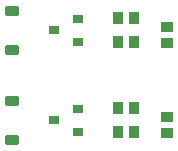
<source format=gtp>
G04 Layer_Color=7318015*
%FSLAX25Y25*%
%MOIN*%
G70*
G01*
G75*
%ADD10R,0.04134X0.03740*%
%ADD11R,0.03740X0.04134*%
%ADD12R,0.03543X0.03150*%
G04:AMPARAMS|DCode=13|XSize=36mil|YSize=48mil|CornerRadius=9mil|HoleSize=0mil|Usage=FLASHONLY|Rotation=270.000|XOffset=0mil|YOffset=0mil|HoleType=Round|Shape=RoundedRectangle|*
%AMROUNDEDRECTD13*
21,1,0.03600,0.03000,0,0,270.0*
21,1,0.01800,0.04800,0,0,270.0*
1,1,0.01800,-0.01500,-0.00900*
1,1,0.01800,-0.01500,0.00900*
1,1,0.01800,0.01500,0.00900*
1,1,0.01800,0.01500,-0.00900*
%
%ADD13ROUNDEDRECTD13*%
D10*
X1022000Y662756D02*
D03*
Y657244D02*
D03*
Y632756D02*
D03*
Y627244D02*
D03*
D11*
X1005394Y635549D02*
D03*
X1010906D02*
D03*
X1010906Y627549D02*
D03*
X1005394D02*
D03*
X1010906Y657549D02*
D03*
X1005394D02*
D03*
X1005394Y665549D02*
D03*
X1010906D02*
D03*
D12*
X992087Y627809D02*
D03*
Y635289D02*
D03*
X984213Y631549D02*
D03*
X992087Y657809D02*
D03*
Y665289D02*
D03*
X984213Y661549D02*
D03*
D13*
X970150Y637999D02*
D03*
Y625099D02*
D03*
Y655099D02*
D03*
Y667999D02*
D03*
M02*

</source>
